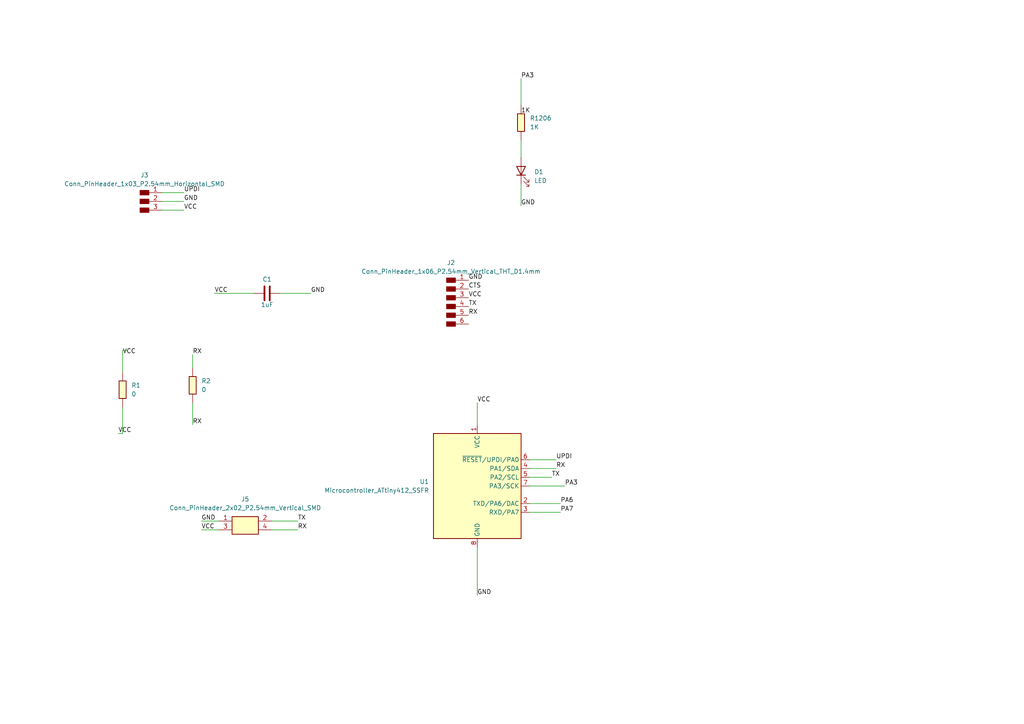
<source format=kicad_sch>
(kicad_sch (version 20231120) (generator "eeschema") (generator_version "8.0")
  (paper "A4")
  (lib_symbols
    (symbol "Device:C" (pin_numbers hide) (pin_names (offset 0.254))
      (property "Reference" "C" (at 0.635 2.54 0))
      (property "Value" "C" (at 0.635 -2.54 0))
      (symbol "C_0_1"
        (polyline (pts (xy -2.032 -0.762) (xy 2.032 -0.762)) (stroke (width 0.508)))
        (polyline (pts (xy -2.032 0.762) (xy 2.032 0.762)) (stroke (width 0.508)))
      )
      (symbol "C_1_1"
        (pin passive line (at 0 3.81 270) (length 2.794) (name "~") (number "1"))
        (pin passive line (at 0 -3.81 90) (length 2.794) (name "~") (number "2"))
      )
    )
    (symbol "Device:LED" (pin_numbers hide) (pin_names (offset 1.016) hide)
      (property "Reference" "D" (at 0 2.54 0))
      (property "Value" "LED" (at 0 -2.54 0))
      (symbol "LED_0_1"
        (polyline (pts (xy -1.27 -1.27) (xy -1.27 1.27)) (stroke (width 0.254)))
        (polyline (pts (xy -1.27 0) (xy 1.27 0)))
        (polyline (pts (xy 1.27 -1.27) (xy 1.27 1.27) (xy -1.27 0) (xy 1.27 -1.27)) (stroke (width 0.254)))
        (polyline (pts (xy -3.048 -0.762) (xy -4.572 -2.286) (xy -3.81 -2.286) (xy -4.572 -2.286) (xy -4.572 -1.524)))
        (polyline (pts (xy -1.778 -0.762) (xy -3.302 -2.286) (xy -2.54 -2.286) (xy -3.302 -2.286) (xy -3.302 -1.524)))
      )
      (symbol "LED_1_1"
        (pin passive line (at -3.81 0 0) (length 2.54) (name "K") (number "1"))
        (pin passive line (at 3.81 0 180) (length 2.54) (name "A") (number "2"))
      )
    )
    (symbol "fab:Conn_PinHeader_1x03_P2.54mm_Horizontal_SMD" (pin_names hide)
      (property "Reference" "J" (at 0 5.08 0))
      (property "Value" "Conn_PinHeader_1x03_P2.54mm_Horizontal_SMD" (at 0 -5.08 0))
      (symbol "Conn_PinHeader_1x03_P2.54mm_Horizontal_SMD_1_1"
        (rectangle (start -1.27 -1.905) (end 1.27 -3.175) (stroke (width 0.254)) (fill (type outline)))
        (rectangle (start -1.27 0.635) (end 1.27 -0.635) (stroke (width 0.254)) (fill (type outline)))
        (rectangle (start -1.27 3.175) (end 1.27 1.905) (stroke (width 0.254)) (fill (type outline)))
        (pin passive line (at 5.08 2.54 180) (length 3.81) (name "Pin_1") (number "1"))
        (pin passive line (at 5.08 0 180) (length 3.81) (name "Pin_2") (number "2"))
        (pin passive line (at 5.08 -2.54 180) (length 3.81) (name "Pin_3") (number "3"))
      )
    )
    (symbol "fab:Conn_PinHeader_1x06_P2.54mm_Vertical_THT_D1.4mm" (pin_names hide)
      (property "Reference" "J" (at 0 7.62 0))
      (property "Value" "Conn_PinHeader_1x06_P2.54mm_Vertical_THT_D1.4mm" (at 0 -10.16 0))
      (symbol "Conn_PinHeader_1x06_P2.54mm_Vertical_THT_D1.4mm_1_1"
        (rectangle (start -1.27 -6.985) (end 1.27 -8.255) (stroke (width 0.254)) (fill (type outline)))
        (rectangle (start -1.27 -4.445) (end 1.27 -5.715) (stroke (width 0.254)) (fill (type outline)))
        (rectangle (start -1.27 -1.905) (end 1.27 -3.175) (stroke (width 0.254)) (fill (type outline)))
        (rectangle (start -1.27 0.635) (end 1.27 -0.635) (stroke (width 0.254)) (fill (type outline)))
        (rectangle (start -1.27 3.175) (end 1.27 1.905) (stroke (width 0.254)) (fill (type outline)))
        (rectangle (start -1.27 5.715) (end 1.27 4.445) (stroke (width 0.254)) (fill (type outline)))
        (pin passive line (at 5.08 5.08 180) (length 3.81) (name "Pin_1") (number "1"))
        (pin passive line (at 5.08 2.54 180) (length 3.81) (name "Pin_2") (number "2"))
        (pin passive line (at 5.08 0 180) (length 3.81) (name "Pin_3") (number "3"))
        (pin passive line (at 5.08 -2.54 180) (length 3.81) (name "Pin_4") (number "4"))
        (pin passive line (at 5.08 -5.08 180) (length 3.81) (name "Pin_5") (number "5"))
        (pin passive line (at 5.08 -7.62 180) (length 3.81) (name "Pin_6") (number "6"))
      )
    )
    (symbol "fab:Conn_PinHeader_2x02_P2.54mm_Vertical_SMD" (pin_names hide)
      (property "Reference" "J" (at 0 3.81 0))
      (property "Value" "Conn_PinHeader_2x02_P2.54mm_Vertical_SMD" (at 0 -3.81 0))
      (symbol "Conn_PinHeader_2x02_P2.54mm_Vertical_SMD_1_1"
        (rectangle (start -3.81 2.54) (end 3.81 -2.54) (stroke (width 0.254)) (fill (type background)))
        (pin passive line (at -7.62 1.27 0) (length 3.81) (name "Pin_1") (number "1"))
        (pin passive line (at 7.62 1.27 180) (length 3.81) (name "Pin_2") (number "2"))
        (pin passive line (at -7.62 -1.27 0) (length 3.81) (name "Pin_3") (number "3"))
        (pin passive line (at 7.62 -1.27 180) (length 3.81) (name "Pin_4") (number "4"))
      )
    )
    (symbol "fab:Microcontroller_ATtiny412_SSFR"
      (property "Reference" "U" (at -12.7 17.78 0))
      (property "Value" "Microcontroller_ATtiny412_SSFR" (at 2.54 17.78 0))
      (symbol "Microcontroller_ATtiny412_SSFR_0_1"
        (rectangle (start -12.7 -15.24) (end 12.7 15.24) (stroke (width 0.254)) (fill (type background)))
      )
      (symbol "Microcontroller_ATtiny412_SSFR_1_1"
        (pin power_in line (at 0 17.78 270) (length 2.54) (name "VCC") (number "1"))
        (pin bidirectional line (at 15.24 -5.08 180) (length 2.54) (name "TXD/PA6/DAC") (number "2"))
        (pin bidirectional line (at 15.24 -7.62 180) (length 2.54) (name "RXD/PA7") (number "3"))
        (pin bidirectional line (at 15.24 5.08 180) (length 2.54) (name "PA1/SDA") (number "4"))
        (pin bidirectional line (at 15.24 2.54 180) (length 2.54) (name "PA2/SCL") (number "5"))
        (pin bidirectional line (at 15.24 7.62 180) (length 2.54) (name "~{RESET}/UPDI/PA0") (number "6"))
        (pin bidirectional line (at 15.24 0 180) (length 2.54) (name "PA3/SCK") (number "7"))
        (pin power_in line (at 0 -17.78 90) (length 2.54) (name "GND") (number "8"))
      )
    )
    (symbol "fab:R_1206" (pin_numbers hide) (pin_names (offset 0))
      (property "Reference" "R" (at 2.54 0 90))
      (property "Value" "R_1206" (at -2.54 0 90))
      (symbol "R_1206_0_1"
        (rectangle (start -1.016 -2.54) (end 1.016 2.54) (stroke (width 0.254)) (fill (type background)))
      )
      (symbol "R_1206_1_1"
        (pin passive line (at 0 5.08 270) (length 2.54) (name "~") (number "1"))
        (pin passive line (at 0 -5.08 90) (length 2.54) (name "~") (number "2"))
      )
    )
  )
  (wire (pts (xy 151.13 22.86) (xy 151.13 30.48)))
  (wire (pts (xy 151.13 40.64) (xy 151.13 45.72)))
  (wire (pts (xy 153.67 140.97) (xy 163.83 140.97)))
  (wire (pts (xy 138.43 158.75) (xy 138.43 172.72)))
  (wire (pts (xy 46.99 55.88) (xy 53.34 55.88)))
  (wire (pts (xy 35.56 101.6) (xy 36.83 101.6)))
  (wire (pts (xy 58.42 153.67) (xy 63.5 153.67)))
  (wire (pts (xy 90.17 85.09) (xy 81.28 85.09)))
  (wire (pts (xy 153.67 135.89) (xy 161.29 135.89)))
  (wire (pts (xy 153.67 146.05) (xy 162.56 146.05)))
  (wire (pts (xy 35.56 118.11) (xy 35.56 125.73)))
  (wire (pts (xy 78.74 151.13) (xy 86.36 151.13)))
  (wire (pts (xy 151.13 53.34) (xy 151.13 59.69)))
  (wire (pts (xy 34.29 125.73) (xy 35.56 125.73)))
  (wire (pts (xy 58.42 151.13) (xy 63.5 151.13)))
  (wire (pts (xy 153.67 138.43) (xy 160.02 138.43)))
  (wire (pts (xy 153.67 133.35) (xy 161.29 133.35)))
  (wire (pts (xy 55.88 102.87) (xy 55.88 106.68)))
  (wire (pts (xy 46.99 60.96) (xy 53.34 60.96)))
  (wire (pts (xy 153.67 148.59) (xy 162.56 148.59)))
  (wire (pts (xy 138.43 116.84) (xy 138.43 123.19)))
  (wire (pts (xy 55.88 116.84) (xy 55.88 123.19)))
  (wire (pts (xy 78.74 153.67) (xy 86.36 153.67)))
  (wire (pts (xy 62.23 85.09) (xy 73.66 85.09)))
  (wire (pts (xy 35.56 101.6) (xy 35.56 107.95)))
  (wire (pts (xy 46.99 58.42) (xy 53.34 58.42)))
  (label "GND" (at 138.43 172.72 0))
  (label "TX" (at 160.02 138.43 0))
  (label "GND" (at 151.13 59.69 0))
  (label "VCC" (at 53.34 60.96 0))
  (label "RX" (at 161.29 135.89 0))
  (label "RX" (at 55.88 102.87 0))
  (label "CTS" (at 135.89 83.82 0))
  (label "TX" (at 135.89 88.9 0))
  (label "TX" (at 86.36 151.13 0))
  (label "PA6" (at 162.56 146.05 0))
  (label "VCC" (at 138.43 116.84 0))
  (label "VCC" (at 35.56 102.87 0))
  (label "GND" (at 58.42 151.13 0))
  (label "1K" (at 151.13 33.02 0))
  (label "RX" (at 55.88 123.19 0))
  (label "VCC" (at 34.29 125.73 0))
  (label "VCC" (at 62.23 85.09 0))
  (label "PA3" (at 151.13 22.86 0))
  (label "GND" (at 53.34 58.42 0))
  (label "PA3" (at 163.83 140.97 0))
  (label "PA7" (at 162.56 148.59 0))
  (label "RX" (at 86.36 153.67 0))
  (label "VCC" (at 135.89 86.36 0))
  (label "GND" (at 90.17 85.09 0))
  (label "UPDI" (at 53.34 55.88 0))
  (label "RX" (at 135.89 91.44 0))
  (label "VCC" (at 58.42 153.67 0))
  (label "UPDI" (at 161.29 133.35 0))
  (label "GND" (at 135.89 81.28 0))
  (symbol (lib_id "fab:Conn_PinHeader_1x06_P2.54mm_Vertical_THT_D1.4mm") (at 130.81 86.36 0) (unit 1)
    (property "Reference" "J2" (at 130.81 76.2 0))
    (property "Value" "Conn_PinHeader_1x06_P2.54mm_Vertical_THT_D1.4mm" (at 130.81 78.74 0))
    (property "Footprint" "fab_footprints:PinHeader_1x06_P2.54mm_Horizontal_SMD" (effects (hide yes)))
    (property "Datasheet" "https://media.digikey.com/PDF/Data%20Sheets/Sullins%20PDFs/xRxCzzzSxxN-RC_ST_11635-B.pdf" (effects (hide yes)))
    (property "Description" "Connector Header Through Hole 6 positions 0.100\" (2.54mm)" (effects (hide yes)))
  )
  (symbol (lib_id "fab:R_1206") (at 35.56 113.03 0) (unit 1)
    (property "Reference" "R1" (at 38.1 111.7599 0) (effects (justify left)))
    (property "Value" "0" (at 38.1 114.2999 0) (effects (justify left)))
    (property "Footprint" "fab_footprints:R_1206" (effects (hide yes)))
    (property "Description" "Resistor" (effects (hide yes)))
  )
  (symbol (lib_id "Device:C") (at 77.47 85.09 90) (unit 1)
    (property "Reference" "C1" (at 77.47 81.026 90))
    (property "Value" "1uF" (at 77.47 88.392 90))
    (property "Footprint" "fab_footprints:C_1206" (effects (hide yes)))
    (property "Description" "Unpolarized capacitor" (effects (hide yes)))
  )
  (symbol (lib_id "Device:LED") (at 151.13 49.53 90) (unit 1)
    (property "Reference" "D1" (at 154.94 49.8474 90) (effects (justify right)))
    (property "Value" "LED" (at 154.94 52.3874 90) (effects (justify right)))
    (property "Footprint" "fab_footprints:LED_1206" (effects (hide yes)))
    (property "Description" "Light emitting diode" (effects (hide yes)))
  )
  (symbol (lib_id "fab:R_1206") (at 151.13 35.56 0) (unit 1)
    (property "Reference" "R1206" (at 153.67 34.2899 0) (effects (justify left)))
    (property "Value" "1K" (at 153.67 36.8299 0) (effects (justify left)))
    (property "Footprint" "fab_footprints:R_1206" (effects (hide yes)))
    (property "Description" "Resistor" (effects (hide yes)))
  )
  (symbol (lib_id "fab:Conn_PinHeader_1x03_P2.54mm_Horizontal_SMD") (at 41.91 58.42 0) (unit 1)
    (property "Reference" "J3" (at 41.91 50.8 0))
    (property "Value" "Conn_PinHeader_1x03_P2.54mm_Horizontal_SMD" (at 41.91 53.34 0))
    (property "Footprint" "fab_footprints:PinHeader_1x03_P2.54mm_Horizontal_SMD" (effects (hide yes)))
    (property "Description" "Male connector, single row" (effects (hide yes)))
  )
  (symbol (lib_id "fab:Microcontroller_ATtiny412_SSFR") (at 138.43 140.97 0) (unit 1)
    (property "Reference" "U1" (at 124.46 139.6999 0) (effects (justify right)))
    (property "Value" "Microcontroller_ATtiny412_SSFR" (at 124.46 142.2399 0) (effects (justify right)))
    (property "Footprint" "fab_footprints:SOIC-8_3.9x4.9mm_P1.27mm" (effects (hide yes)))
    (property "Datasheet" "http://ww1.microchip.com/downloads/en/DeviceDoc/40001911A.pdf" (effects (hide yes)))
    (property "Description" "AVR tinyAVR™ 1 Microcontroller IC 8-Bit 20MHz 4KB (4K x 8) FLASH 8-SOIC" (effects (hide yes)))
  )
  (symbol (lib_id "fab:R_1206") (at 55.88 111.76 0) (unit 1)
    (property "Reference" "R2" (at 58.42 110.4899 0) (effects (justify left)))
    (property "Value" "0" (at 58.42 113.0299 0) (effects (justify left)))
    (property "Footprint" "fab_footprints:R_1206" (effects (hide yes)))
    (property "Description" "Resistor" (effects (hide yes)))
  )
  (symbol (lib_id "fab:Conn_PinHeader_2x02_P2.54mm_Vertical_SMD") (at 71.12 152.4 0) (unit 1)
    (property "Reference" "J5" (at 71.12 144.78 0))
    (property "Value" "Conn_PinHeader_2x02_P2.54mm_Vertical_SMD" (at 71.12 147.32 0))
    (property "Footprint" "fab_footprints:PinHeader_2x02_P2.54mm_Vertical_SMD" (effects (hide yes)))
    (property "Datasheet" "https://cdn.amphenol-icc.com/media/wysiwyg/files/drawing/95278.pdf" (effects (hide yes)))
    (property "Description" "Connector Header Surface Mount 4 position 0.100\" (2.54mm)" (effects (hide yes)))
  )
)
</source>
